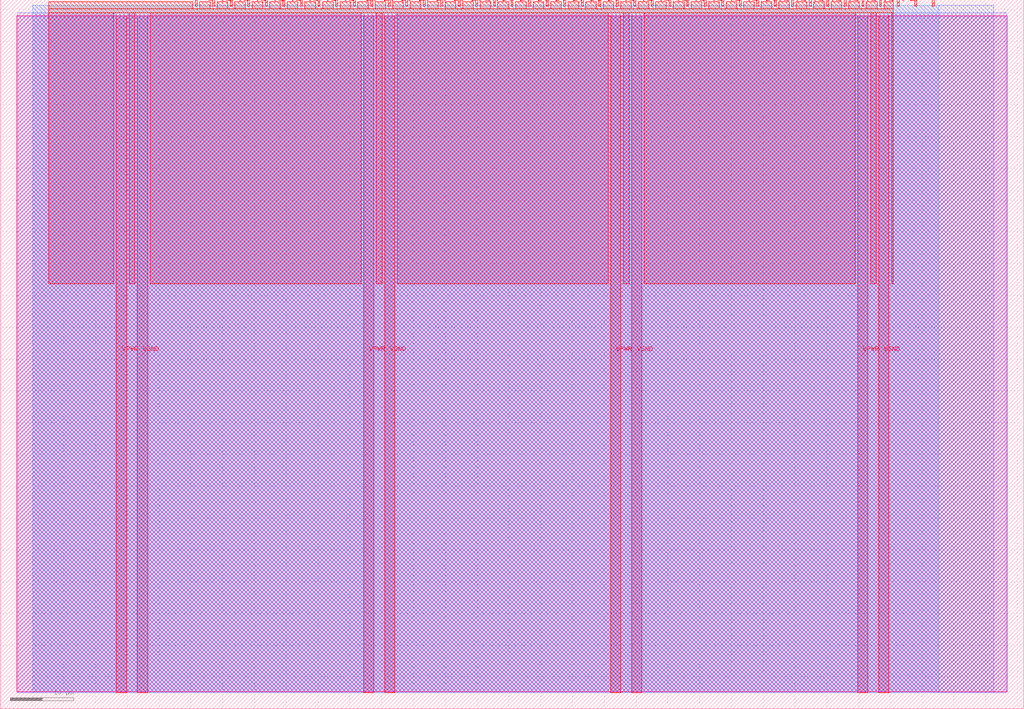
<source format=lef>
VERSION 5.7 ;
  NOWIREEXTENSIONATPIN ON ;
  DIVIDERCHAR "/" ;
  BUSBITCHARS "[]" ;
MACRO tt_um_swangust
  CLASS BLOCK ;
  FOREIGN tt_um_swangust ;
  ORIGIN 0.000 0.000 ;
  SIZE 161.000 BY 111.520 ;
  PIN VGND
    DIRECTION INOUT ;
    USE GROUND ;
    PORT
      LAYER met4 ;
        RECT 21.580 2.480 23.180 109.040 ;
    END
    PORT
      LAYER met4 ;
        RECT 60.450 2.480 62.050 109.040 ;
    END
    PORT
      LAYER met4 ;
        RECT 99.320 2.480 100.920 109.040 ;
    END
    PORT
      LAYER met4 ;
        RECT 138.190 2.480 139.790 109.040 ;
    END
  END VGND
  PIN VPWR
    DIRECTION INOUT ;
    USE POWER ;
    PORT
      LAYER met4 ;
        RECT 18.280 2.480 19.880 109.040 ;
    END
    PORT
      LAYER met4 ;
        RECT 57.150 2.480 58.750 109.040 ;
    END
    PORT
      LAYER met4 ;
        RECT 96.020 2.480 97.620 109.040 ;
    END
    PORT
      LAYER met4 ;
        RECT 134.890 2.480 136.490 109.040 ;
    END
  END VPWR
  PIN clk
    DIRECTION INPUT ;
    USE SIGNAL ;
    PORT
      LAYER met4 ;
        RECT 143.830 110.520 144.130 111.520 ;
    END
  END clk
  PIN ena
    DIRECTION INPUT ;
    USE SIGNAL ;
    PORT
      LAYER met4 ;
        RECT 146.590 110.520 146.890 111.520 ;
    END
  END ena
  PIN rst_n
    DIRECTION INPUT ;
    USE SIGNAL ;
    PORT
      LAYER met4 ;
        RECT 141.070 110.520 141.370 111.520 ;
    END
  END rst_n
  PIN ui_in[0]
    DIRECTION INPUT ;
    USE SIGNAL ;
    ANTENNAGATEAREA 0.196500 ;
    PORT
      LAYER met4 ;
        RECT 138.310 110.520 138.610 111.520 ;
    END
  END ui_in[0]
  PIN ui_in[1]
    DIRECTION INPUT ;
    USE SIGNAL ;
    ANTENNAGATEAREA 0.196500 ;
    PORT
      LAYER met4 ;
        RECT 135.550 110.520 135.850 111.520 ;
    END
  END ui_in[1]
  PIN ui_in[2]
    DIRECTION INPUT ;
    USE SIGNAL ;
    ANTENNAGATEAREA 0.196500 ;
    PORT
      LAYER met4 ;
        RECT 132.790 110.520 133.090 111.520 ;
    END
  END ui_in[2]
  PIN ui_in[3]
    DIRECTION INPUT ;
    USE SIGNAL ;
    ANTENNAGATEAREA 0.196500 ;
    PORT
      LAYER met4 ;
        RECT 130.030 110.520 130.330 111.520 ;
    END
  END ui_in[3]
  PIN ui_in[4]
    DIRECTION INPUT ;
    USE SIGNAL ;
    ANTENNAGATEAREA 0.196500 ;
    PORT
      LAYER met4 ;
        RECT 127.270 110.520 127.570 111.520 ;
    END
  END ui_in[4]
  PIN ui_in[5]
    DIRECTION INPUT ;
    USE SIGNAL ;
    ANTENNAGATEAREA 0.196500 ;
    PORT
      LAYER met4 ;
        RECT 124.510 110.520 124.810 111.520 ;
    END
  END ui_in[5]
  PIN ui_in[6]
    DIRECTION INPUT ;
    USE SIGNAL ;
    ANTENNAGATEAREA 0.126000 ;
    PORT
      LAYER met4 ;
        RECT 121.750 110.520 122.050 111.520 ;
    END
  END ui_in[6]
  PIN ui_in[7]
    DIRECTION INPUT ;
    USE SIGNAL ;
    ANTENNAGATEAREA 0.196500 ;
    PORT
      LAYER met4 ;
        RECT 118.990 110.520 119.290 111.520 ;
    END
  END ui_in[7]
  PIN uio_in[0]
    DIRECTION INPUT ;
    USE SIGNAL ;
    ANTENNAGATEAREA 0.196500 ;
    PORT
      LAYER met4 ;
        RECT 116.230 110.520 116.530 111.520 ;
    END
  END uio_in[0]
  PIN uio_in[1]
    DIRECTION INPUT ;
    USE SIGNAL ;
    ANTENNAGATEAREA 0.196500 ;
    PORT
      LAYER met4 ;
        RECT 113.470 110.520 113.770 111.520 ;
    END
  END uio_in[1]
  PIN uio_in[2]
    DIRECTION INPUT ;
    USE SIGNAL ;
    ANTENNAGATEAREA 0.213000 ;
    PORT
      LAYER met4 ;
        RECT 110.710 110.520 111.010 111.520 ;
    END
  END uio_in[2]
  PIN uio_in[3]
    DIRECTION INPUT ;
    USE SIGNAL ;
    ANTENNAGATEAREA 0.196500 ;
    PORT
      LAYER met4 ;
        RECT 107.950 110.520 108.250 111.520 ;
    END
  END uio_in[3]
  PIN uio_in[4]
    DIRECTION INPUT ;
    USE SIGNAL ;
    ANTENNAGATEAREA 0.196500 ;
    PORT
      LAYER met4 ;
        RECT 105.190 110.520 105.490 111.520 ;
    END
  END uio_in[4]
  PIN uio_in[5]
    DIRECTION INPUT ;
    USE SIGNAL ;
    ANTENNAGATEAREA 0.196500 ;
    PORT
      LAYER met4 ;
        RECT 102.430 110.520 102.730 111.520 ;
    END
  END uio_in[5]
  PIN uio_in[6]
    DIRECTION INPUT ;
    USE SIGNAL ;
    ANTENNAGATEAREA 0.196500 ;
    PORT
      LAYER met4 ;
        RECT 99.670 110.520 99.970 111.520 ;
    END
  END uio_in[6]
  PIN uio_in[7]
    DIRECTION INPUT ;
    USE SIGNAL ;
    ANTENNAGATEAREA 0.196500 ;
    PORT
      LAYER met4 ;
        RECT 96.910 110.520 97.210 111.520 ;
    END
  END uio_in[7]
  PIN uio_oe[0]
    DIRECTION OUTPUT ;
    USE SIGNAL ;
    PORT
      LAYER met4 ;
        RECT 49.990 110.520 50.290 111.520 ;
    END
  END uio_oe[0]
  PIN uio_oe[1]
    DIRECTION OUTPUT ;
    USE SIGNAL ;
    PORT
      LAYER met4 ;
        RECT 47.230 110.520 47.530 111.520 ;
    END
  END uio_oe[1]
  PIN uio_oe[2]
    DIRECTION OUTPUT ;
    USE SIGNAL ;
    PORT
      LAYER met4 ;
        RECT 44.470 110.520 44.770 111.520 ;
    END
  END uio_oe[2]
  PIN uio_oe[3]
    DIRECTION OUTPUT ;
    USE SIGNAL ;
    PORT
      LAYER met4 ;
        RECT 41.710 110.520 42.010 111.520 ;
    END
  END uio_oe[3]
  PIN uio_oe[4]
    DIRECTION OUTPUT ;
    USE SIGNAL ;
    PORT
      LAYER met4 ;
        RECT 38.950 110.520 39.250 111.520 ;
    END
  END uio_oe[4]
  PIN uio_oe[5]
    DIRECTION OUTPUT ;
    USE SIGNAL ;
    PORT
      LAYER met4 ;
        RECT 36.190 110.520 36.490 111.520 ;
    END
  END uio_oe[5]
  PIN uio_oe[6]
    DIRECTION OUTPUT ;
    USE SIGNAL ;
    PORT
      LAYER met4 ;
        RECT 33.430 110.520 33.730 111.520 ;
    END
  END uio_oe[6]
  PIN uio_oe[7]
    DIRECTION OUTPUT ;
    USE SIGNAL ;
    PORT
      LAYER met4 ;
        RECT 30.670 110.520 30.970 111.520 ;
    END
  END uio_oe[7]
  PIN uio_out[0]
    DIRECTION OUTPUT ;
    USE SIGNAL ;
    PORT
      LAYER met4 ;
        RECT 72.070 110.520 72.370 111.520 ;
    END
  END uio_out[0]
  PIN uio_out[1]
    DIRECTION OUTPUT ;
    USE SIGNAL ;
    PORT
      LAYER met4 ;
        RECT 69.310 110.520 69.610 111.520 ;
    END
  END uio_out[1]
  PIN uio_out[2]
    DIRECTION OUTPUT ;
    USE SIGNAL ;
    PORT
      LAYER met4 ;
        RECT 66.550 110.520 66.850 111.520 ;
    END
  END uio_out[2]
  PIN uio_out[3]
    DIRECTION OUTPUT ;
    USE SIGNAL ;
    PORT
      LAYER met4 ;
        RECT 63.790 110.520 64.090 111.520 ;
    END
  END uio_out[3]
  PIN uio_out[4]
    DIRECTION OUTPUT ;
    USE SIGNAL ;
    PORT
      LAYER met4 ;
        RECT 61.030 110.520 61.330 111.520 ;
    END
  END uio_out[4]
  PIN uio_out[5]
    DIRECTION OUTPUT ;
    USE SIGNAL ;
    PORT
      LAYER met4 ;
        RECT 58.270 110.520 58.570 111.520 ;
    END
  END uio_out[5]
  PIN uio_out[6]
    DIRECTION OUTPUT ;
    USE SIGNAL ;
    PORT
      LAYER met4 ;
        RECT 55.510 110.520 55.810 111.520 ;
    END
  END uio_out[6]
  PIN uio_out[7]
    DIRECTION OUTPUT ;
    USE SIGNAL ;
    PORT
      LAYER met4 ;
        RECT 52.750 110.520 53.050 111.520 ;
    END
  END uio_out[7]
  PIN uo_out[0]
    DIRECTION OUTPUT ;
    USE SIGNAL ;
    ANTENNADIFFAREA 1.242000 ;
    PORT
      LAYER met4 ;
        RECT 94.150 110.520 94.450 111.520 ;
    END
  END uo_out[0]
  PIN uo_out[1]
    DIRECTION OUTPUT ;
    USE SIGNAL ;
    ANTENNADIFFAREA 1.242000 ;
    PORT
      LAYER met4 ;
        RECT 91.390 110.520 91.690 111.520 ;
    END
  END uo_out[1]
  PIN uo_out[2]
    DIRECTION OUTPUT ;
    USE SIGNAL ;
    ANTENNADIFFAREA 1.242000 ;
    PORT
      LAYER met4 ;
        RECT 88.630 110.520 88.930 111.520 ;
    END
  END uo_out[2]
  PIN uo_out[3]
    DIRECTION OUTPUT ;
    USE SIGNAL ;
    ANTENNADIFFAREA 1.242000 ;
    PORT
      LAYER met4 ;
        RECT 85.870 110.520 86.170 111.520 ;
    END
  END uo_out[3]
  PIN uo_out[4]
    DIRECTION OUTPUT ;
    USE SIGNAL ;
    ANTENNADIFFAREA 1.242000 ;
    PORT
      LAYER met4 ;
        RECT 83.110 110.520 83.410 111.520 ;
    END
  END uo_out[4]
  PIN uo_out[5]
    DIRECTION OUTPUT ;
    USE SIGNAL ;
    ANTENNADIFFAREA 1.242000 ;
    PORT
      LAYER met4 ;
        RECT 80.350 110.520 80.650 111.520 ;
    END
  END uo_out[5]
  PIN uo_out[6]
    DIRECTION OUTPUT ;
    USE SIGNAL ;
    ANTENNADIFFAREA 1.288000 ;
    PORT
      LAYER met4 ;
        RECT 77.590 110.520 77.890 111.520 ;
    END
  END uo_out[6]
  PIN uo_out[7]
    DIRECTION OUTPUT ;
    USE SIGNAL ;
    ANTENNADIFFAREA 1.484000 ;
    PORT
      LAYER met4 ;
        RECT 74.830 110.520 75.130 111.520 ;
    END
  END uo_out[7]
  OBS
      LAYER nwell ;
        RECT 2.570 2.635 158.430 108.990 ;
      LAYER li1 ;
        RECT 2.760 2.635 158.240 108.885 ;
      LAYER met1 ;
        RECT 2.760 2.480 158.240 109.440 ;
      LAYER met2 ;
        RECT 5.150 2.535 156.300 110.685 ;
      LAYER met3 ;
        RECT 5.125 2.555 147.595 110.665 ;
      LAYER met4 ;
        RECT 7.655 110.120 30.270 111.170 ;
        RECT 31.370 110.120 33.030 111.170 ;
        RECT 34.130 110.120 35.790 111.170 ;
        RECT 36.890 110.120 38.550 111.170 ;
        RECT 39.650 110.120 41.310 111.170 ;
        RECT 42.410 110.120 44.070 111.170 ;
        RECT 45.170 110.120 46.830 111.170 ;
        RECT 47.930 110.120 49.590 111.170 ;
        RECT 50.690 110.120 52.350 111.170 ;
        RECT 53.450 110.120 55.110 111.170 ;
        RECT 56.210 110.120 57.870 111.170 ;
        RECT 58.970 110.120 60.630 111.170 ;
        RECT 61.730 110.120 63.390 111.170 ;
        RECT 64.490 110.120 66.150 111.170 ;
        RECT 67.250 110.120 68.910 111.170 ;
        RECT 70.010 110.120 71.670 111.170 ;
        RECT 72.770 110.120 74.430 111.170 ;
        RECT 75.530 110.120 77.190 111.170 ;
        RECT 78.290 110.120 79.950 111.170 ;
        RECT 81.050 110.120 82.710 111.170 ;
        RECT 83.810 110.120 85.470 111.170 ;
        RECT 86.570 110.120 88.230 111.170 ;
        RECT 89.330 110.120 90.990 111.170 ;
        RECT 92.090 110.120 93.750 111.170 ;
        RECT 94.850 110.120 96.510 111.170 ;
        RECT 97.610 110.120 99.270 111.170 ;
        RECT 100.370 110.120 102.030 111.170 ;
        RECT 103.130 110.120 104.790 111.170 ;
        RECT 105.890 110.120 107.550 111.170 ;
        RECT 108.650 110.120 110.310 111.170 ;
        RECT 111.410 110.120 113.070 111.170 ;
        RECT 114.170 110.120 115.830 111.170 ;
        RECT 116.930 110.120 118.590 111.170 ;
        RECT 119.690 110.120 121.350 111.170 ;
        RECT 122.450 110.120 124.110 111.170 ;
        RECT 125.210 110.120 126.870 111.170 ;
        RECT 127.970 110.120 129.630 111.170 ;
        RECT 130.730 110.120 132.390 111.170 ;
        RECT 133.490 110.120 135.150 111.170 ;
        RECT 136.250 110.120 137.910 111.170 ;
        RECT 139.010 110.120 140.465 111.170 ;
        RECT 7.655 109.440 140.465 110.120 ;
        RECT 7.655 66.815 17.880 109.440 ;
        RECT 20.280 66.815 21.180 109.440 ;
        RECT 23.580 66.815 56.750 109.440 ;
        RECT 59.150 66.815 60.050 109.440 ;
        RECT 62.450 66.815 95.620 109.440 ;
        RECT 98.020 66.815 98.920 109.440 ;
        RECT 101.320 66.815 134.490 109.440 ;
        RECT 136.890 66.815 137.790 109.440 ;
        RECT 140.190 66.815 140.465 109.440 ;
  END
END tt_um_swangust
END LIBRARY


</source>
